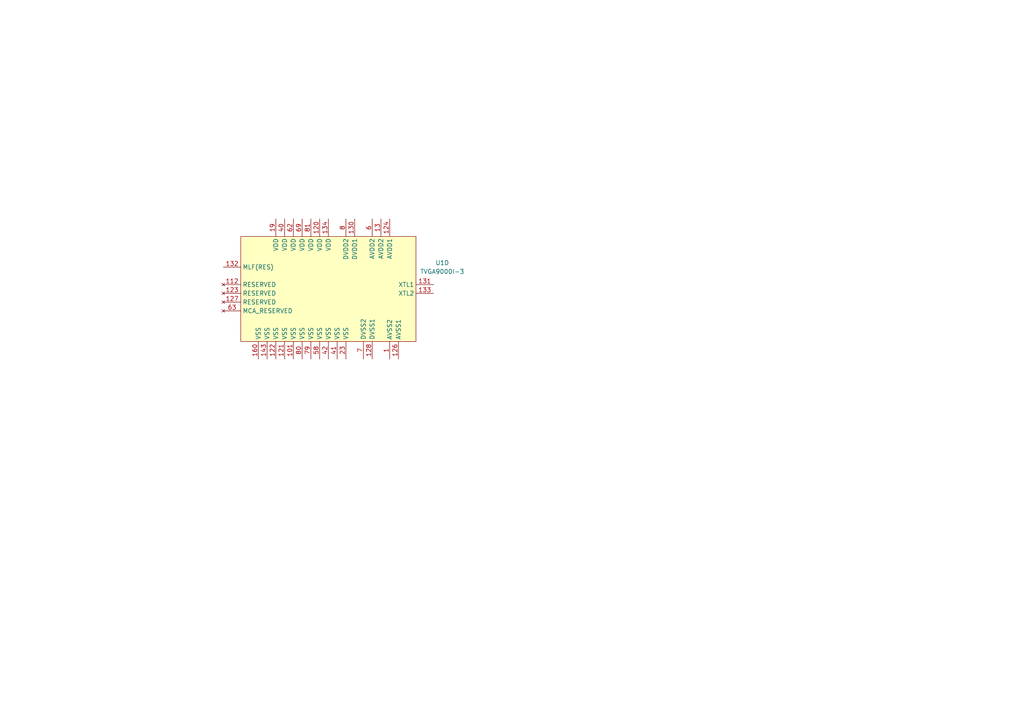
<source format=kicad_sch>
(kicad_sch (version 20231120) (generator "eeschema") (generator_version "8.0")
  (paper "A4")
  (lib_symbols
    (symbol "pc-parts:TVGA9000i"
      (property "Reference" "U" (at 0 0 0))
      (property "Value" "TVGA9000I-3" (at 0 0 0))
      (symbol "TVGA9000i_1_0"
        (pin output line (at -19.05 -17.78 0) (length 5.08) (name "~{MCS16}") (number "102"))
        (pin bidirectional line (at 19.05 -60.96 180) (length 5.08) (name "SD15") (number "103"))
        (pin bidirectional line (at 19.05 -58.42 180) (length 5.08) (name "SD14") (number "104"))
        (pin bidirectional line (at 19.05 -55.88 180) (length 5.08) (name "SD13") (number "105"))
        (pin bidirectional line (at 19.05 -53.34 180) (length 5.08) (name "SD12") (number "106"))
        (pin bidirectional line (at 19.05 -50.8 180) (length 5.08) (name "SD11") (number "107"))
        (pin bidirectional line (at 19.05 -48.26 180) (length 5.08) (name "SD10") (number "108"))
        (pin bidirectional line (at 19.05 -45.72 180) (length 5.08) (name "SD9") (number "109"))
        (pin bidirectional line (at 19.05 -43.18 180) (length 5.08) (name "SD8") (number "110"))
        (pin output line (at -19.05 55.88 0) (length 5.08) (name "IRQ") (number "111"))
        (pin input line (at 19.05 30.48 180) (length 5.08) (name "SA17") (number "113"))
        (pin input line (at 19.05 33.02 180) (length 5.08) (name "SA18") (number "114"))
        (pin input line (at 19.05 35.56 180) (length 5.08) (name "SA19") (number "115"))
        (pin input line (at 19.05 -27.94 180) (length 5.08) (name "LA20") (number "116"))
        (pin input line (at 19.05 -25.4 180) (length 5.08) (name "LA21") (number "117"))
        (pin input line (at 19.05 -22.86 180) (length 5.08) (name "LA22") (number "118"))
        (pin input line (at 19.05 -20.32 180) (length 5.08) (name "LA23") (number "119"))
        (pin bidirectional line (at 19.05 -12.7 180) (length 5.08) (name "SA0") (number "135"))
        (pin bidirectional line (at 19.05 -10.16 180) (length 5.08) (name "SA1") (number "136"))
        (pin bidirectional line (at 19.05 -7.62 180) (length 5.08) (name "SA2") (number "137"))
        (pin bidirectional line (at 19.05 -5.08 180) (length 5.08) (name "SA3") (number "138"))
        (pin bidirectional line (at 19.05 -2.54 180) (length 5.08) (name "SA4") (number "139"))
        (pin bidirectional line (at 19.05 0 180) (length 5.08) (name "SA5") (number "140"))
        (pin bidirectional line (at 19.05 2.54 180) (length 5.08) (name "SA6") (number "141"))
        (pin bidirectional line (at 19.05 5.08 180) (length 5.08) (name "SA7") (number "142"))
        (pin bidirectional line (at 19.05 7.62 180) (length 5.08) (name "SA8") (number "144"))
        (pin bidirectional line (at 19.05 10.16 180) (length 5.08) (name "SA9") (number "145"))
        (pin bidirectional line (at 19.05 12.7 180) (length 5.08) (name "SA10") (number "146"))
        (pin bidirectional line (at 19.05 15.24 180) (length 5.08) (name "SA11") (number "147"))
        (pin bidirectional line (at 19.05 17.78 180) (length 5.08) (name "SA12") (number "148"))
        (pin bidirectional line (at 19.05 20.32 180) (length 5.08) (name "SA13") (number "149"))
        (pin bidirectional line (at 19.05 22.86 180) (length 5.08) (name "SA14") (number "150"))
        (pin bidirectional line (at 19.05 25.4 180) (length 5.08) (name "SA15") (number "151"))
        (pin bidirectional line (at 19.05 27.94 180) (length 5.08) (name "SA16") (number "152"))
        (pin input line (at -19.05 30.48 0) (length 5.08) (name "~{IOR}") (number "153"))
        (pin input line (at -19.05 33.02 0) (length 5.08) (name "~{IOW}") (number "154"))
        (pin input line (at -19.05 35.56 0) (length 5.08) (name "~{MEMR}") (number "155"))
        (pin input line (at -19.05 38.1 0) (length 5.08) (name "~{MEMW}") (number "156"))
        (pin output line (at 19.05 40.64 180) (length 5.08) (name "IOCHRDY") (number "157"))
        (pin input line (at -19.05 17.78 0) (length 5.08) (name "ENMEM") (number "158"))
        (pin input line (at -19.05 -5.08 0) (length 5.08) (name "ALE") (number "21"))
        (pin input line (at 19.05 38.1 180) (length 5.08) (name "AEN") (number "22"))
        (pin output line (at 19.05 63.5 180) (length 5.08) (name "~{NMI}") (number "24"))
        (pin bidirectional line (at 19.05 43.18 180) (length 5.08) (name "SD0") (number "25"))
        (pin bidirectional line (at 19.05 45.72 180) (length 5.08) (name "SD1") (number "26"))
        (pin bidirectional line (at 19.05 48.26 180) (length 5.08) (name "SD2") (number "27"))
        (pin bidirectional line (at 19.05 50.8 180) (length 5.08) (name "SD3") (number "28"))
        (pin bidirectional line (at 19.05 53.34 180) (length 5.08) (name "SD4") (number "29"))
        (pin bidirectional line (at 19.05 55.88 180) (length 5.08) (name "SD5") (number "30"))
        (pin bidirectional line (at 19.05 58.42 180) (length 5.08) (name "SD6") (number "31"))
        (pin bidirectional line (at 19.05 60.96 180) (length 5.08) (name "SD7") (number "32"))
        (pin input line (at -19.05 60.96 0) (length 5.08) (name "RESET") (number "5"))
        (pin input line (at 19.05 -17.78 180) (length 5.08) (name "~{SBHE}") (number "99"))
      )
      (symbol "TVGA9000i_1_1"
        (rectangle (start -13.97 66.04) (end 13.97 -63.5) (fill (type background)))
      )
      (symbol "TVGA9000i_2_0"
        (pin bidirectional line (at 20.32 -26.67 180) (length 5.08) (name "DMCLK") (number "129"))
        (pin output line (at -20.32 -1.27 0) (length 5.08) (name "MAA0") (number "52"))
        (pin output line (at -20.32 1.27 0) (length 5.08) (name "MAA1") (number "53"))
        (pin output line (at -20.32 3.81 0) (length 5.08) (name "MAA2") (number "54"))
        (pin output line (at -20.32 6.35 0) (length 5.08) (name "MAA3") (number "55"))
        (pin output line (at -20.32 8.89 0) (length 5.08) (name "MAA4") (number "56"))
        (pin output line (at -20.32 11.43 0) (length 5.08) (name "MAA5") (number "57"))
        (pin output line (at -20.32 13.97 0) (length 5.08) (name "MAA6") (number "59"))
        (pin output line (at -20.32 16.51 0) (length 5.08) (name "MAA7") (number "60"))
        (pin output line (at -20.32 19.05 0) (length 5.08) (name "MAA8") (number "61"))
        (pin bidirectional line (at 20.32 -21.59 180) (length 5.08) (name "MD0") (number "64"))
        (pin bidirectional line (at 20.32 -19.05 180) (length 5.08) (name "MD1") (number "65"))
        (pin bidirectional line (at 20.32 -16.51 180) (length 5.08) (name "MD2") (number "66"))
        (pin bidirectional line (at 20.32 -13.97 180) (length 5.08) (name "MD3") (number "67"))
        (pin bidirectional line (at 20.32 -11.43 180) (length 5.08) (name "MD4") (number "68"))
        (pin bidirectional line (at 20.32 -8.89 180) (length 5.08) (name "MD5") (number "70"))
        (pin bidirectional line (at 20.32 -6.35 180) (length 5.08) (name "MD6") (number "71"))
        (pin bidirectional line (at 20.32 -3.81 180) (length 5.08) (name "MD7") (number "72"))
        (pin output line (at -20.32 -26.67 0) (length 5.08) (name "MAB0") (number "73"))
        (pin output line (at -20.32 -24.13 0) (length 5.08) (name "MAB1") (number "74"))
        (pin output line (at -20.32 -21.59 0) (length 5.08) (name "MAB2") (number "75"))
        (pin output line (at -20.32 -19.05 0) (length 5.08) (name "MAB3") (number "76"))
        (pin output line (at -20.32 -16.51 0) (length 5.08) (name "MAB4") (number "77"))
        (pin output line (at -20.32 -13.97 0) (length 5.08) (name "MAB5") (number "78"))
        (pin output line (at -20.32 -11.43 0) (length 5.08) (name "MAB6") (number "82"))
        (pin output line (at -20.32 -8.89 0) (length 5.08) (name "MAB7") (number "83"))
        (pin output line (at -20.32 -6.35 0) (length 5.08) (name "MAB8") (number "84"))
        (pin output line (at -20.32 26.67 0) (length 5.08) (name "~{CAS}") (number "85"))
        (pin output line (at -20.32 24.13 0) (length 5.08) (name "~{RAS}") (number "86"))
        (pin output line (at 20.32 26.67 180) (length 5.08) (name "~{WE2}") (number "87"))
        (pin output line (at 20.32 24.13 180) (length 5.08) (name "~{WE0}") (number "88"))
        (pin bidirectional line (at 20.32 1.27 180) (length 5.08) (name "MD16") (number "89"))
        (pin bidirectional line (at 20.32 3.81 180) (length 5.08) (name "MD17") (number "90"))
        (pin bidirectional line (at 20.32 6.35 180) (length 5.08) (name "MD18") (number "91"))
        (pin bidirectional line (at 20.32 8.89 180) (length 5.08) (name "MD19") (number "92"))
        (pin bidirectional line (at 20.32 11.43 180) (length 5.08) (name "MD20") (number "93"))
        (pin bidirectional line (at 20.32 13.97 180) (length 5.08) (name "MD21") (number "94"))
        (pin bidirectional line (at 20.32 16.51 180) (length 5.08) (name "MD22") (number "95"))
        (pin bidirectional line (at 20.32 19.05 180) (length 5.08) (name "MD23") (number "96"))
      )
      (symbol "TVGA9000i_2_1"
        (rectangle (start -15.24 30.48) (end 15.24 -30.48) (fill (type background)))
      )
      (symbol "TVGA9000i_3_0"
        (pin bidirectional line (at 20.32 -2.54 180) (length 5.08) (name "P6") (number "10"))
        (pin output line (at 20.32 12.7 180) (length 5.08) (name "OUTP0") (number "100"))
        (pin bidirectional line (at 20.32 -5.08 180) (length 5.08) (name "P5") (number "11"))
        (pin bidirectional line (at 20.32 -7.62 180) (length 5.08) (name "P4") (number "12"))
        (pin output line (at 20.32 15.24 180) (length 5.08) (name "VLF") (number "125"))
        (pin bidirectional line (at 20.32 -10.16 180) (length 5.08) (name "P3") (number "14"))
        (pin bidirectional line (at 20.32 -12.7 180) (length 5.08) (name "P2") (number "15"))
        (pin bidirectional line (at 20.32 -20.32 180) (length 5.08) (name "PCLK") (number "159"))
        (pin bidirectional line (at 20.32 -15.24 180) (length 5.08) (name "P1") (number "16"))
        (pin bidirectional line (at 20.32 -17.78 180) (length 5.08) (name "P0") (number "17"))
        (pin input line (at 20.32 7.62 180) (length 5.08) (name "IRSET") (number "18"))
        (pin output line (at 20.32 27.94 180) (length 5.08) (name "B") (number "2"))
        (pin input line (at 20.32 5.08 180) (length 5.08) (name "VREF") (number "20"))
        (pin output line (at 20.32 25.4 180) (length 5.08) (name "G") (number "3"))
        (pin bidirectional line (at -20.32 -3.81 0) (length 5.08) (name "RMD7") (number "33"))
        (pin bidirectional line (at -20.32 -1.27 0) (length 5.08) (name "RMD6") (number "34"))
        (pin bidirectional line (at -20.32 1.27 0) (length 5.08) (name "RMD5") (number "35"))
        (pin bidirectional line (at -20.32 3.81 0) (length 5.08) (name "RMD4") (number "36"))
        (pin bidirectional line (at -20.32 6.35 0) (length 5.08) (name "RMD3") (number "37"))
        (pin bidirectional line (at -20.32 8.89 0) (length 5.08) (name "RMD2") (number "38"))
        (pin bidirectional line (at -20.32 11.43 0) (length 5.08) (name "RMD1") (number "39"))
        (pin output line (at 20.32 22.86 180) (length 5.08) (name "R") (number "4"))
        (pin bidirectional line (at -20.32 13.97 0) (length 5.08) (name "RMD0") (number "43"))
        (pin bidirectional line (at 20.32 -22.86 180) (length 5.08) (name "~{BLANK}") (number "44"))
        (pin output line (at -20.32 -8.89 0) (length 5.08) (name "ROMCS") (number "45"))
        (pin input line (at 20.32 20.32 180) (length 5.08) (name "MONITOR") (number "46"))
        (pin output line (at 20.32 33.02 180) (length 5.08) (name "VSYNC") (number "47"))
        (pin output line (at 20.32 30.48 180) (length 5.08) (name "HSYNC") (number "48"))
        (pin input line (at 20.32 -33.02 180) (length 5.08) (name "EVIDEO") (number "49"))
        (pin input line (at 20.32 -30.48 180) (length 5.08) (name "EDCLK") (number "50"))
        (pin input line (at 20.32 -27.94 180) (length 5.08) (name "ESYNC") (number "51"))
        (pin bidirectional line (at 20.32 0 180) (length 5.08) (name "P7") (number "9"))
        (pin output line (at -20.32 -11.43 0) (length 5.08) (name "ROMBA0") (number "97"))
        (pin output line (at -20.32 -13.97 0) (length 5.08) (name "ROMCLK") (number "98"))
      )
      (symbol "TVGA9000i_3_1"
        (rectangle (start -15.24 35.56) (end 15.24 -35.56) (fill (type background)))
      )
      (symbol "TVGA9000i_4_0"
        (pin power_in line (at -17.78 -20.32 90) (length 5.08) (name "AVSS2") (number "1"))
        (pin power_in line (at 10.16 -20.32 90) (length 5.08) (name "VSS") (number "101"))
        (pin no_connect line (at 30.48 1.27 180) (length 5.08) (name "RESERVED") (number "112"))
        (pin power_in line (at 2.54 20.32 270) (length 5.08) (name "VDD") (number "120"))
        (pin power_in line (at 12.7 -20.32 90) (length 5.08) (name "VSS") (number "121"))
        (pin power_in line (at 15.24 -20.32 90) (length 5.08) (name "VSS") (number "122"))
        (pin no_connect line (at 30.48 -1.27 180) (length 5.08) (name "RESERVED") (number "123"))
        (pin power_in line (at -17.78 20.32 270) (length 5.08) (name "AVDD1") (number "124"))
        (pin power_in line (at -20.32 -20.32 90) (length 5.08) (name "AVSS1") (number "126"))
        (pin no_connect line (at 30.48 -3.81 180) (length 5.08) (name "RESERVED") (number "127"))
        (pin power_in line (at -12.7 -20.32 90) (length 5.08) (name "DVSS1") (number "128"))
        (pin power_in line (at -15.24 20.32 270) (length 5.08) (name "AVDD2") (number "13"))
        (pin power_in line (at -7.62 20.32 270) (length 5.08) (name "DVDD1") (number "130"))
        (pin output line (at -30.48 1.27 0) (length 5.08) (name "XTL1") (number "131"))
        (pin output line (at 30.48 6.35 180) (length 5.08) (name "MLF(RES)") (number "132"))
        (pin input line (at -30.48 -1.27 0) (length 5.08) (name "XTL2") (number "133"))
        (pin power_in line (at 0 20.32 270) (length 5.08) (name "VDD") (number "134"))
        (pin power_in line (at 17.78 -20.32 90) (length 5.08) (name "VSS") (number "143"))
        (pin power_in line (at 20.32 -20.32 90) (length 5.08) (name "VSS") (number "160"))
        (pin power_in line (at 15.24 20.32 270) (length 5.08) (name "VDD") (number "19"))
        (pin power_in line (at -5.08 -20.32 90) (length 5.08) (name "VSS") (number "23"))
        (pin power_in line (at 12.7 20.32 270) (length 5.08) (name "VDD") (number "40"))
        (pin power_in line (at -2.54 -20.32 90) (length 5.08) (name "VSS") (number "41"))
        (pin power_in line (at 0 -20.32 90) (length 5.08) (name "VSS") (number "42"))
        (pin power_in line (at 2.54 -20.32 90) (length 5.08) (name "VSS") (number "58"))
        (pin power_in line (at -12.7 20.32 270) (length 5.08) (name "AVDD2") (number "6"))
        (pin power_in line (at 10.16 20.32 270) (length 5.08) (name "VDD") (number "62"))
        (pin no_connect line (at 30.48 -6.35 180) (length 5.08) (name "MCA_RESERVED") (number "63"))
        (pin power_in line (at 7.62 20.32 270) (length 5.08) (name "VDD") (number "69"))
        (pin power_in line (at -10.16 -20.32 90) (length 5.08) (name "DVSS2") (number "7"))
        (pin power_in line (at 5.08 -20.32 90) (length 5.08) (name "VSS") (number "79"))
        (pin power_in line (at -5.08 20.32 270) (length 5.08) (name "DVDD2") (number "8"))
        (pin power_in line (at 7.62 -20.32 90) (length 5.08) (name "VSS") (number "80"))
        (pin power_in line (at 5.08 20.32 270) (length 5.08) (name "VDD") (number "81"))
      )
      (symbol "TVGA9000i_4_1"
        (rectangle (start -25.4 15.24) (end 25.4 -15.24) (fill (type background)))
      )
    )
  )
  (symbol (lib_id "pc-parts:TVGA9000i") (at 95.25 83.82 0) (mirror y) (unit 4)
    (property "Reference" "U1" (at 128.27 76.2314 0))
    (property "Value" "TVGA9000I-3" (at 128.27 78.7714 0))
    (property "Footprint" "Package_QFP:PQFP-160_28x28mm_P0.65mm" (effects (hide yes)))
  )
)
</source>
